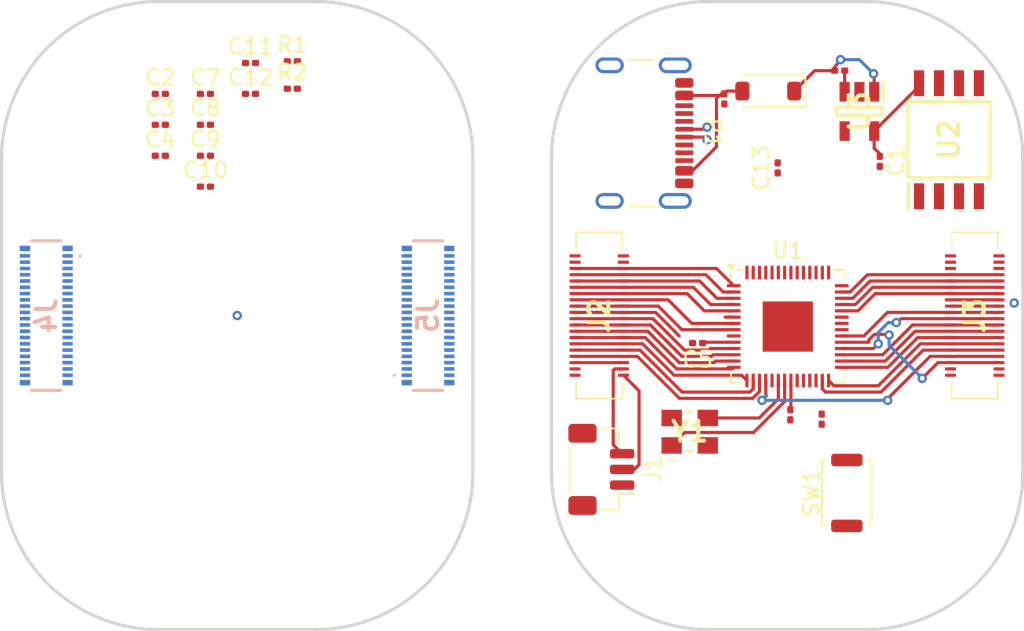
<source format=kicad_pcb>
(kicad_pcb (version 20221018) (generator pcbnew)
  (layers (0 "F.Cu" signal) (31 "B.Cu" signal) (34 "B.Paste" user) (35 "F.Paste" user) (36 "B.SilkS" user "B.Silkscreen") (37 "F.SilkS" user "F.Silkscreen") (38 "B.Mask" user) (39 "F.Mask" user) (44 "Edge.Cuts" user))
  (net 0 "")
  (net 1 "GND")
  (net 2 "VBUS")
  (net 3 "Net-(P1-CC)")
  (net 4 "USB_DP")
  (net 5 "USB_DM")
  (net 7 "+3V3")
  (net 8 "GPIO0")
  (net 9 "GPIO1")
  (net 10 "GPIO2")
  (net 11 "GPIO3")
  (net 12 "GPIO5")
  (net 13 "GPIO6")
  (net 14 "GPIO7")
  (net 15 "GPIO8")
  (net 16 "GPIO9")
  (net 17 "GPIO10")
  (net 18 "GPIO11")
  (net 19 "GPIO12")
  (net 20 "GPIO13")
  (net 21 "GPIO14")
  (net 22 "+1V2")
  (net 23 "Net-(U1-RUN)")
  (net 25 "Net-(U1-QSPI_SD3)")
  (net 26 "Net-(U1-QSPI_SCLK)")
  (net 27 "Net-(U1-QSPI_SD0)")
  (net 28 "Net-(U1-QSPI_SD2)")
  (net 29 "Net-(U1-QSPI_SD1)")
  (net 30 "Net-(U1-QSPI_SS)")
  (net 31 "GPIO15")
  (net 32 "GPIO16")
  (net 33 "GPIO17")
  (net 34 "GPIO18")
  (net 35 "GPIO19")
  (net 36 "GPIO20")
  (net 37 "GPIO21")
  (net 38 "GPIO22")
  (net 39 "GPIO23")
  (net 40 "GPIO24")
  (net 41 "ADC0")
  (net 42 "ADC1")
  (net 43 "ADC2")
  (net 44 "ADC3")
  (net 45 "Net-(U1-XIN)")
  (net 46 "Net-(U1-XOUT)")
  (net 47 "Net-(D1-K)")
  (net 48 "/TX")
  (net 49 "/RX")
  (net 50 "/SDA")
  (net 51 "/SCL")
  (net 52 "/MOSI")
  (net 53 "/CS")
  (net 54 "/SCK")
  (net 55 "/MISO")
  (net 56 "/ADC0")
  (net 57 "/ADC1")
  (net 58 "/ADC2")
  (net 67 "Net-(U3-EN)")
  (net 69 "/SWDIO")
  (net 70 "/SWCLK")
  (net 71 "unconnected-(U1-GPIO4-Pad6)")
  (net 72 "/ADC3")
  (footprint "Resistor_SMD:R_0201_0603Metric" (layer "F.Cu") (at 138.505 82.55)
    (fp_text reference "R2")
    (fp_text value "10k")
  )
  (footprint "Resistor_SMD:R_0201_0603Metric" (layer "F.Cu") (at 138.505 80.8)
    (fp_text reference "R1")
    (fp_text value "5.1k")
  )
  (footprint "Capacitor_SMD:C_0201_0603Metric" (layer "F.Cu") (at 164.3 98.75 180)
    (fp_text reference "C5")
    (fp_text value "0.1uF" hide)
  )
  (footprint "Capacitor_SMD:C_0201_0603Metric" (layer "F.Cu") (at 132.975 86.82)
    (fp_text reference "C9")
    (fp_text value "0.1uF")
  )
  (footprint "Package_DFN_QFN:QFN-56-1EP_7x7mm_P0.4mm_EP3.2x3.2mm" (layer "F.Cu") (at 170.04 97.7)
    (fp_text reference "U1")
    (fp_text value "RP2040")
  )
  (footprint "Resistor_SMD:R_0201_0603Metric" (layer "F.Cu") (at 173.345 81.4)
    (fp_text reference "R4" hide)
    (fp_text value "10k" hide)
  )
  (footprint "Diode_SMD:D_SOD-123" (layer "F.Cu") (at 168.8 82.7 180)
    (fp_text reference "D1" hide)
    (fp_text value "MBR0540" hide)
  )
  (footprint "Capacitor_SMD:C_0201_0603Metric" (layer "F.Cu") (at 132.975 82.88)
    (fp_text reference "C7")
    (fp_text value "0.1uF")
  )
  (footprint "Resistor_SMD:R_0201_0603Metric" (layer "F.Cu") (at 166 83.2 -90)
    (fp_text reference "R5" hide)
    (fp_text value "10k" hide)
  )
  (footprint "Capacitor_SMD:C_0201_0603Metric" (layer "F.Cu") (at 132.975 84.85)
    (fp_text reference "C8")
    (fp_text value "0.1uF")
  )
  (footprint "SamacSys_Parts:SOIC127P790X216-8N" (layer "F.Cu") (at 180.3 85.8 90)
    (fp_text reference "U2")
    (fp_text value "W25Q128JVS" hide)
  )
  (footprint "Resistor_SMD:R_0201_0603Metric" (layer "F.Cu") (at 172.2 103.6 90)
    (fp_text reference "R3" hide)
    (fp_text value "10k" hide)
  )
  (footprint "Capacitor_SMD:C_0201_0603Metric" (layer "F.Cu") (at 130.105 84.85)
    (fp_text reference "C3")
    (fp_text value "0.1uF")
  )
  (footprint "Capacitor_SMD:C_0201_0603Metric" (layer "F.Cu") (at 169.4 87.595 90)
    (fp_text reference "C13")
    (fp_text value "0.1uF")
  )
  (footprint "Button_Switch_SMD:SW_Push_SPST_NO_Alps_SKRK" (layer "F.Cu") (at 173.8 108.3 90)
    (fp_text reference "SW1")
    (fp_text value "SW_Reset")
  )
  (footprint "Capacitor_SMD:C_0201_0603Metric" (layer "F.Cu") (at 170.2 103.32 -90)
    (fp_text reference "C6" hide)
    (fp_text value "0.1uF" hide)
  )
  (footprint "Capacitor_SMD:C_0201_0603Metric" (layer "F.Cu") (at 135.845 82.88)
    (fp_text reference "C12")
    (fp_text value "0.1uF")
  )
  (footprint "Capacitor_SMD:C_0201_0603Metric" (layer "F.Cu") (at 175.9 87.18 -90)
    (fp_text reference "C1")
    (fp_text value "10uF")
  )
  (footprint "Connector_JST:JST_SH_BM03B-SRSS-TB_1x03-1MP_P1.00mm_Vertical" (layer "F.Cu") (at 158.175 106.8 90)
    (fp_text reference "J1")
    (fp_text value "Conn_SWD")
  )
  (footprint "SamacSys_Parts:SOT94P280X100-5N" (layer "F.Cu") (at 174.6 84 -90)
    (fp_text reference "U3")
    (fp_text value "RT9080-33GJ5" hide)
  )
  (footprint "Capacitor_SMD:C_0201_0603Metric" (layer "F.Cu") (at 130.105 82.88)
    (fp_text reference "C2")
    (fp_text value "10uF")
  )
  (footprint "SamacSys_Parts:ABM8272T3" (layer "F.Cu") (at 163.8 104.4)
    (fp_text reference "Y1")
    (fp_text value "ABM8-272-T3" hide)
  )
  (footprint "Capacitor_SMD:C_0201_0603Metric" (layer "F.Cu") (at 132.975 88.79)
    (fp_text reference "C10")
    (fp_text value "1uF")
  )
  (footprint "Connector_USB:USB_C_Receptacle_GCT_USB4105-xx-A_16P_TopMnt_Horizontal" (layer "F.Cu") (at 159.775 85.38 -90)
    (fp_text reference "P1")
    (fp_text value "USB_C_Plug_USB2.0")
  )
  (footprint "SamacSys_Parts:DF40HC3040DS04V51" (layer "F.Cu") (at 158.04 97 -90)
    (fp_text reference "J2")
    (fp_text value "Conn_BPCSocketLeft" hide)
  )
  (footprint "Capacitor_SMD:C_0201_0603Metric" (layer "F.Cu") (at 130.105 86.82)
    (fp_text reference "C4")
    (fp_text value "0.1uF")
  )
  (footprint "Capacitor_SMD:C_0201_0603Metric" (layer "F.Cu") (at 135.845 80.91)
    (fp_text reference "C11")
    (fp_text value "1uF")
  )
  (footprint "SamacSys_Parts:DF40HC3040DS04V51" (layer "F.Cu") (at 181.94 97 90)
    (fp_text reference "J3")
    (fp_text value "Conn_BPCSocketRight" hide)
  )
  (footprint "SamacSys_Parts:DF40C40DP04V51" (layer "B.Cu") (at 122.845 97 -90)
    (fp_text reference "J4")
    (fp_text value "Conn_BPCPlugLeft" hide)
  )
  (footprint "SamacSys_Parts:DF40C40DP04V51" (layer "B.Cu") (at 147.145 97 90)
    (fp_text reference "J5")
    (fp_text value "Conn_BPCPlugRight" hide)
  )
  (gr_line (start 185 87) (end 185 107) (stroke (width 0.2)) (layer "Edge.Cuts"))
  (gr_line (start 155 107) (end 155 87) (stroke (width 0.2)) (layer "Edge.Cuts"))
  (gr_arc (start 155 87) (mid 157.928931 79.92893) (end 165 77) (stroke (width 0.2)) (layer "Edge.Cuts"))
  (gr_arc (start 150 107) (mid 147.071068 114.071068) (end 140 117) (stroke (width 0.2)) (layer "Edge.Cuts"))
  (gr_line (start 130 77) (end 140 77) (stroke (width 0.2)) (layer "Edge.Cuts"))
  (gr_arc (start 130 117) (mid 122.928932 114.071068) (end 120 107) (stroke (width 0.2)) (layer "Edge.Cuts"))
  (gr_line (start 150 87) (end 150 107) (stroke (width 0.2)) (layer "Edge.Cuts"))
  (gr_line (start 140 117) (end 130 117) (stroke (width 0.2)) (layer "Edge.Cuts"))
  (gr_line (start 120 107) (end 120 87) (stroke (width 0.2)) (layer "Edge.Cuts"))
  (gr_line (start 175 117) (end 165 117) (stroke (width 0.2)) (layer "Edge.Cuts"))
  (gr_arc (start 165 117) (mid 157.928931 114.071068) (end 155 107) (stroke (width 0.2)) (layer "Edge.Cuts"))
  (gr_arc (start 120 87) (mid 122.928932 79.928932) (end 130 77) (stroke (width 0.2)) (layer "Edge.Cuts"))
  (gr_arc (start 175 77) (mid 182.071067 79.928932) (end 185 87) (stroke (width 0.2)) (layer "Edge.Cuts"))
  (gr_arc (start 185 107) (mid 182.071067 114.071066) (end 175 117) (stroke (width 0.2)) (layer "Edge.Cuts"))
  (gr_arc (start 140 77) (mid 147.071068 79.928932) (end 150 87) (stroke (width 0.2)) (layer "Edge.Cuts"))
  (gr_line (start 165 77) (end 175 77) (stroke (width 0.2)) (layer "Edge.Cuts"))
  (via (at 135 97) (size 0.6) (drill 0.3) (layers "F.Cu" "B.Cu") (net 0))
  (via (at 184.45 96.2) (size 0.6) (drill 0.3) (layers "F.Cu" "B.Cu") (net 0))
  (segment (start 165.9 82.98) (end 166 82.88) (width 0.2) (layer "F.Cu") (net 2))
  (segment (start 165.5 86.254999) (end 165.5 83.180001) (width 0.2) (layer "F.Cu") (net 2))
  (segment (start 166.18 82.7) (end 166 82.88) (width 0.2) (layer "F.Cu") (net 2))
  (segment (start 165.5 83.180001) (end 165.800001 82.88) (width 0.2) (layer "F.Cu") (net 2))
  (segment (start 163.974999 87.78) (end 163.455 87.78) (width 0.2) (layer "F.Cu") (net 2))
  (segment (start 167.15 82.7) (end 166.18 82.7) (width 0.2) (layer "F.Cu") (net 2))
  (segment (start 163.455 82.98) (end 165.9 82.98) (width 0.2) (layer "F.Cu") (net 2))
  (segment (start 165.800001 82.88) (end 166 82.88) (width 0.2) (layer "F.Cu") (net 2))
  (segment (start 165.5 86.254999) (end 163.974999 87.78) (width 0.2) (layer "F.Cu") (net 2))
  (segment (start 164.62 85.13) (end 164.9 85) (width 0.2) (layer "F.Cu") (net 4))
  (segment (start 163.455 85.13) (end 164.62 85.13) (width 0.2) (layer "F.Cu") (net 4))
  (segment (start 164.9 85) (end 164.7 85.05) (width 0.2) (layer "F.Cu") (net 4))
  (via (at 164.9 85) (size 0.6) (drill 0.3) (layers "F.Cu" "B.Cu") (net 4))
  (segment (start 164.9 85.8) (end 164.7 85.65) (width 0.2) (layer "F.Cu") (net 5))
  (segment (start 164.68 85.63) (end 164.9 85.8) (width 0.2) (layer "F.Cu") (net 5))
  (segment (start 163.455 85.63) (end 164.68 85.63) (width 0.2) (layer "F.Cu") (net 5))
  (via (at 164.9 85.8) (size 0.6) (drill 0.3) (layers "F.Cu" "B.Cu") (net 5))
  (segment (start 180.4 100) (end 179.6 100) (width 0.2) (layer "F.Cu") (net 7))
  (segment (start 179.6 100) (end 178.6 101) (width 0.2) (layer "F.Cu") (net 7))
  (segment (start 159.58 94) (end 156.5 94) (width 0.2) (layer "F.Cu") (net 7))
  (segment (start 175.54 86.34) (end 175.9 86.7) (width 0.2) (layer "F.Cu") (net 7))
  (segment (start 175.54 85.25) (end 175.54 86.34) (width 0.2) (layer "F.Cu") (net 7))
  (segment (start 178.395 82.395) (end 178.395 82.2) (width 0.2) (layer "F.Cu") (net 7))
  (segment (start 170.24 102.96) (end 170.24 101.1375) (width 0.2) (layer "F.Cu") (net 7))
  (segment (start 175.54 85.25) (end 178.395 82.395) (width 0.2) (layer "F.Cu") (net 7))
  (segment (start 180.4 100) (end 183.48 100) (width 0.2) (layer "F.Cu") (net 7))
  (segment (start 175.2 98.551471) (end 175.551471 98.2) (width 0.2) (layer "F.Cu") (net 7))
  (segment (start 175.551471 98.2) (end 176.45 98.2) (width 0.2) (layer "F.Cu") (net 7))
  (segment (start 170.2 103) (end 170.24 102.96) (width 0.2) (layer "F.Cu") (net 7))
  (segment (start 176.45 98.2) (end 176.489706 98.239706) (width 0.2) (layer "F.Cu") (net 7))
  (segment (start 159.58 94) (end 165.5025 94) (width 0.2) (layer "F.Cu") (net 7))
  (segment (start 175.2 98.7) (end 175.2 98.551471) (width 0.2) (layer "F.Cu") (net 7))
  (segment (start 165.5025 94) (end 166.6025 95.1) (width 0.2) (layer "F.Cu") (net 7))
  (segment (start 173.4775 98.7) (end 175.2 98.7) (width 0.2) (layer "F.Cu") (net 7))
  (segment (start 166.6025 98.7) (end 164.72 98.7) (width 0.2) (layer "F.Cu") (net 7))
  (via (at 176.489706 98.239706) (size 0.6) (drill 0.3) (layers "F.Cu" "B.Cu") (net 7))
  (via (at 178.6 101) (size 0.6) (drill 0.3) (layers "F.Cu" "B.Cu") (net 7))
  (segment (start 178.6 101) (end 176.489706 98.889706) (width 0.2) (layer "B.Cu") (net 7))
  (segment (start 176.489706 98.889706) (end 176.489706 98.239706) (width 0.2) (layer "B.Cu") (net 7))
  (segment (start 165.13 96.3) (end 164.03 95.2) (width 0.2) (layer "F.Cu") (net 10))
  (segment (start 164.03 95.2) (end 159.58 95.2) (width 0.2) (layer "F.Cu") (net 10))
  (segment (start 166.6025 96.3) (end 165.13 96.3) (width 0.2) (layer "F.Cu") (net 10))
  (segment (start 156.5 95.2) (end 159.58 95.2) (width 0.2) (layer "F.Cu") (net 10))
  (segment (start 163.63 95.6) (end 164.73 96.7) (width 0.2) (layer "F.Cu") (net 11))
  (segment (start 164.73 96.7) (end 166.6025 96.7) (width 0.2) (layer "F.Cu") (net 11))
  (segment (start 156.5 95.6) (end 159.58 95.6) (width 0.2) (layer "F.Cu") (net 11))
  (segment (start 163.63 95.6) (end 159.58 95.6) (width 0.2) (layer "F.Cu") (net 11))
  (segment (start 163.93 97.5) (end 166.6025 97.5) (width 0.2) (layer "F.Cu") (net 12))
  (segment (start 156.5 96) (end 159.58 96) (width 0.2) (layer "F.Cu") (net 12))
  (segment (start 162.43 96) (end 163.93 97.5) (width 0.2) (layer "F.Cu") (net 12))
  (segment (start 162.43 96) (end 159.58 96) (width 0.2) (layer "F.Cu") (net 12))
  (segment (start 166.6025 97.9) (end 163.3 97.9) (width 0.2) (layer "F.Cu") (net 13))
  (segment (start 161.8 96.4) (end 159.58 96.4) (width 0.2) (layer "F.Cu") (net 13))
  (segment (start 156.5 96.4) (end 159.58 96.4) (width 0.2) (layer "F.Cu") (net 13))
  (segment (start 163.3 97.9) (end 161.8 96.4) (width 0.2) (layer "F.Cu") (net 13))
  (segment (start 161.63 96.8) (end 159.58 96.8) (width 0.2) (layer "F.Cu") (net 14))
  (segment (start 163.13 98.3) (end 161.63 96.8) (width 0.2) (layer "F.Cu") (net 14))
  (segment (start 156.5 96.8) (end 159.58 96.8) (width 0.2) (layer "F.Cu") (net 14))
  (segment (start 165.449826 99.9) (end 165.349826 100) (width 0.2) (layer "F.Cu") (net 17))
  (segment (start 166.6025 99.9) (end 165.449826 99.9) (width 0.2) (layer "F.Cu") (net 17))
  (segment (start 163.132942 100) (end 161.132942 98) (width 0.2) (layer "F.Cu") (net 17))
  (segment (start 165.349826 100) (end 163.132942 100) (width 0.2) (layer "F.Cu") (net 17))
  (segment (start 161.132942 98) (end 159.58 98) (width 0.2) (layer "F.Cu") (net 17))
  (segment (start 156.5 98) (end 159.58 98) (width 0.2) (layer "F.Cu") (net 17))
  (segment (start 162.967256 100.4) (end 160.967256 98.4) (width 0.2) (layer "F.Cu") (net 18))
  (segment (start 156.5 98.4) (end 159.58 98.4) (width 0.2) (layer "F.Cu") (net 18))
  (segment (start 166.5025 100.4) (end 162.967256 100.4) (width 0.2) (layer "F.Cu") (net 18))
  (segment (start 166.6025 100.3) (end 166.5025 100.4) (width 0.2) (layer "F.Cu") (net 18))
  (segment (start 160.967256 98.4) (end 159.58 98.4) (width 0.2) (layer "F.Cu") (net 18))
  (segment (start 159.58 98.8) (end 160.80157 98.8) (width 0.2) (layer "F.Cu") (net 19))
  (segment (start 167.1025 100.8) (end 167.44 101.1375) (width 0.2) (layer "F.Cu") (net 19))
  (segment (start 156.5 98.8) (end 159.58 98.8) (width 0.2) (layer "F.Cu") (net 19))
  (segment (start 160.80157 98.8) (end 162.80157 100.8) (width 0.2) (layer "F.Cu") (net 19))
  (segment (start 162.80157 100.8) (end 167.1025 100.8) (width 0.2) (layer "F.Cu") (net 19))
  (segment (start 156.5 99.2) (end 159.58 99.2) (width 0.2) (layer "F.Cu") (net 20))
  (segment (start 163.310884 101.875) (end 167.63636 101.875) (width 0.2) (layer "F.Cu") (net 20))
  (segment (start 159.58 99.2) (end 160.635884 99.2) (width 0.2) (layer "F.Cu") (net 20))
  (segment (start 167.63636 101.875) (end 167.84 101.67136) (width 0.2) (layer "F.Cu") (net 20))
  (segment (start 167.84 101.67136) (end 167.84 101.1375) (width 0.2) (layer "F.Cu") (net 20))
  (segment (start 160.635884 99.2) (end 163.310884 101.875) (width 0.2) (layer "F.Cu") (net 20))
  (segment (start 163.145198 102.275) (end 160.470198 99.6) (width 0.2) (layer "F.Cu") (net 21))
  (segment (start 156.5 99.6) (end 159.58 99.6) (width 0.2) (layer "F.Cu") (net 21))
  (segment (start 168.24 101.837046) (end 167.802045 102.275) (width 0.2) (layer "F.Cu") (net 21))
  (segment (start 168.24 101.1375) (end 168.24 101.837046) (width 0.2) (layer "F.Cu") (net 21))
  (segment (start 167.802045 102.275) (end 163.145198 102.275) (width 0.2) (layer "F.Cu") (net 21))
  (segment (start 160.470198 99.6) (end 159.58 99.6) (width 0.2) (layer "F.Cu") (net 21))
  (segment (start 156.5 100) (end 159.58 100) (width 0.2) (layer "F.Cu") (net 22))
  (segment (start 180.935 89.88) (end 180.935 89.4) (width 0.2) (layer "F.Cu") (net 28))
  (segment (start 179.665 89.9) (end 179.665 89.4) (width 0.2) (layer "F.Cu") (net 29))
  (segment (start 180.4 99.6) (end 179.1 99.6) (width 0.2) (layer "F.Cu") (net 31))
  (segment (start 179.1 99.6) (end 176.4 102.3) (width 0.2) (layer "F.Cu") (net 31))
  (segment (start 168.64 102.16) (end 168.4 102.4) (width 0.2) (layer "F.Cu") (net 31))
  (segment (start 180.4 99.6) (end 183.48 99.6) (width 0.2) (layer "F.Cu") (net 31))
  (segment (start 176.4 102.3) (end 176.4 102.4) (width 0.2) (layer "F.Cu") (net 31))
  (segment (start 168.64 101.1375) (end 168.64 102.16) (width 0.2) (layer "F.Cu") (net 31))
  (via (at 168.4 102.4) (size 0.6) (drill 0.3) (layers "F.Cu" "B.Cu") (net 31))
  (via (at 176.4 102.4) (size 0.6) (drill 0.3) (layers "F.Cu" "B.Cu") (net 31))
  (segment (start 168.4 102.4) (end 176.4 102.4) (width 0.2) (layer "B.Cu") (net 31))
  (segment (start 168.7 102.1) (end 168.4 102.4) (width 0.2) (layer "B.Cu") (net 31))
  (segment (start 177.977942 97.6) (end 180.4 97.6) (width 0.2) (layer "F.Cu") (net 36))
  (segment (start 173.4775 99.5) (end 176.077942 99.5) (width 0.2) (layer "F.Cu") (net 36))
  (segment (start 176.077942 99.5) (end 177.977942 97.6) (width 0.2) (layer "F.Cu") (net 36))
  (segment (start 180.4 97.6) (end 183.48 97.6) (width 0.2) (layer "F.Cu") (net 36))
  (segment (start 176.95 97.45) (end 176.95 97.5) (width 0.2) (layer "F.Cu") (net 37))
  (segment (start 180.4 97.2) (end 177.25 97.2) (width 0.2) (layer "F.Cu") (net 37))
  (segment (start 180.4 97.2) (end 183.48 97.2) (width 0.2) (layer "F.Cu") (net 37))
  (segment (start 177.25 97.2) (end 177 97.45) (width 0.2) (layer "F.Cu") (net 37))
  (segment (start 177 97.45) (end 176.95 97.45) (width 0.2) (layer "F.Cu") (net 37))
  (segment (start 175.5 99.1) (end 175.8 98.8) (width 0.2) (layer "F.Cu") (net 37))
  (segment (start 176.95 97.5) (end 176.85 97.6) (width 0.2) (layer "F.Cu") (net 37))
  (segment (start 173.4775 99.1) (end 175.5 99.1) (width 0.2) (layer "F.Cu") (net 37))
  (via (at 175.8 98.8) (size 0.6) (drill 0.3) (layers "F.Cu" "B.Cu") (net 37))
  (via (at 176.95 97.45) (size 0.6) (drill 0.3) (layers "F.Cu" "B.Cu") (net 37))
  (segment (start 176.430883 97.45) (end 175.8 98.080883) (width 0.2) (layer "B.Cu") (net 37))
  (segment (start 175.8 98.080883) (end 175.8 98.8) (width 0.2) (layer "B.Cu") (net 37))
  (segment (start 176.95 97.45) (end 176.430883 97.45) (width 0.2) (layer "B.Cu") (net 37))
  (segment (start 176.385785 96.8) (end 180.4 96.8) (width 0.2) (layer "F.Cu") (net 38))
  (segment (start 173.4775 98.3) (end 174.885785 98.3) (width 0.2) (layer "F.Cu") (net 38))
  (segment (start 180.4 96.8) (end 183.48 96.8) (width 0.2) (layer "F.Cu") (net 38))
  (segment (start 174.885785 98.3) (end 176.385785 96.8) (width 0.2) (layer "F.Cu") (net 38))
  (segment (start 180.4 96.4) (end 183.48 96.4) (width 0.2) (layer "F.Cu") (net 39))
  (segment (start 180.4 96) (end 183.48 96) (width 0.2) (layer "F.Cu") (net 40))
  (segment (start 168.223529 103.525) (end 169.44 102.308529) (width 0.2) (layer "F.Cu") (net 45))
  (segment (start 164.95 103.525) (end 168.223529 103.525) (width 0.2) (layer "F.Cu") (net 45))
  (segment (start 169.44 102.308529) (end 169.44 101.1375) (width 0.2) (layer "F.Cu") (net 45))
  (segment (start 163.475 104.45) (end 167.864214 104.45) (width 0.2) (layer "F.Cu") (net 46))
  (segment (start 169.84 102.474214) (end 169.84 101.1375) (width 0.2) (layer "F.Cu") (net 46))
  (segment (start 162.65 105.275) (end 163.475 104.45) (width 0.2) (layer "F.Cu") (net 46))
  (segment (start 167.864214 104.45) (end 169.84 102.474214) (width 0.2) (layer "F.Cu") (net 46))
  (segment (start 175.54 82.75) (end 175.54 81.74) (width 0.2) (layer "F.Cu") (net 47))
  (segment (start 175.4 81.6) (end 175.5 81.7) (width 0.2) (layer "F.Cu") (net 47))
  (segment (start 173.025 81.175) (end 173.4 80.7) (width 0.2) (layer "F.Cu") (net 47))
  (segment (start 170.45 82.7) (end 171.75 81.4) (width 0.2) (layer "F.Cu") (net 47))
  (segment (start 175.5 81.7) (end 175.5 81.6) (width 0.2) (layer "F.Cu") (net 47))
  (segment (start 175.54 81.74) (end 175.5 81.7) (width 0.2) (layer "F.Cu") (net 47))
  (segment (start 171.75 81.4) (end 173.025 81.4) (width 0.2) (layer "F.Cu") (net 47))
  (segment (start 175.5 81.6) (end 175.4 81.6) (width 0.2) (layer "F.Cu") (net 47))
  (segment (start 173.4 80.7) (end 173.3 80.9) (width 0.2) (layer "F.Cu") (net 47))
  (segment (start 173.025 81.4) (end 173.025 81.175) (width 0.2) (layer "F.Cu") (net 47))
  (via (at 173.4 80.7) (size 0.6) (drill 0.3) (layers "F.Cu" "B.Cu") (net 47))
  (via (at 175.5 81.6) (size 0.6) (drill 0.3) (layers "F.Cu" "B.Cu") (net 47))
  (segment (start 173.4 80.7) (end 174.6 80.7) (width 0.2) (layer "B.Cu") (net 47))
  (segment (start 174.6 80.7) (end 175.5 81.6) (width 0.2) (layer "B.Cu") (net 47))
  (segment (start 164.83 94.4) (end 159.58 94.4) (width 0.2) (layer "F.Cu") (net 48))
  (segment (start 156.5 94.4) (end 159.58 94.4) (width 0.2) (layer "F.Cu") (net 48))
  (segment (start 165.93 95.5) (end 164.83 94.4) (width 0.2) (layer "F.Cu") (net 48))
  (segment (start 166.6025 95.5) (end 165.93 95.5) (width 0.2) (layer "F.Cu") (net 48))
  (segment (start 166.6025 95.9) (end 165.53 95.9) (width 0.2) (layer "F.Cu") (net 49))
  (segment (start 164.43 94.8) (end 159.58 94.8) (width 0.2) (layer "F.Cu") (net 49))
  (segment (start 156.5 94.8) (end 159.58 94.8) (width 0.2) (layer "F.Cu") (net 49))
  (segment (start 165.53 95.9) (end 164.43 94.8) (width 0.2) (layer "F.Cu") (net 49))
  (segment (start 165.118456 99.1) (end 165.018456 99.2) (width 0.2) (layer "F.Cu") (net 50))
  (segment (start 166.6025 99.1) (end 165.118456 99.1) (width 0.2) (layer "F.Cu") (net 50))
  (segment (start 165.018456 99.2) (end 163.464314 99.2) (width 0.2) (layer "F.Cu") (net 50))
  (segment (start 156.5 97.2) (end 159.58 97.2) (width 0.2) (layer "F.Cu") (net 50))
  (segment (start 163.464314 99.2) (end 161.464314 97.2) (width 0.2) (layer "F.Cu") (net 50))
  (segment (start 161.464314 97.2) (end 159.58 97.2) (width 0.2) (layer "F.Cu") (net 50))
  (segment (start 165.184141 99.6) (end 163.298628 99.6) (width 0.2) (layer "F.Cu") (net 51))
  (segment (start 161.298628 97.6) (end 159.58 97.6) (width 0.2) (layer "F.Cu") (net 51))
  (segment (start 165.284142 99.5) (end 165.184141 99.6) (width 0.2) (layer "F.Cu") (net 51))
  (segment (start 166.6025 99.5) (end 165.284142 99.5) (width 0.2) (layer "F.Cu") (net 51))
  (segment (start 163.298628 99.6) (end 161.298628 97.6) (width 0.2) (layer "F.Cu") (net 51))
  (segment (start 156.5 97.6) (end 159.58 97.6) (width 0.2) (layer "F.Cu") (net 51))
  (segment (start 178.651471 99.2) (end 180.4 99.2) (width 0.2) (layer "F.Cu") (net 52))
  (segment (start 172.24 101.67136) (end 172.44364 101.875) (width 0.2) (layer "F.Cu") (net 52))
  (segment (start 172.44364 101.875) (end 175.976471 101.875) (width 0.2) (layer "F.Cu") (net 52))
  (segment (start 172.24 101.1375) (end 172.24 101.67136) (width 0.2) (layer "F.Cu") (net 52))
  (segment (start 180.4 99.2) (end 183.48 99.2) (width 0.2) (layer "F.Cu") (net 52))
  (segment (start 175.976471 101.875) (end 178.651471 99.2) (width 0.2) (layer "F.Cu") (net 52))
  (segment (start 172.9775 101.475) (end 175.8 101.475) (width 0.2) (layer "F.Cu") (net 53))
  (segment (start 178.475 98.8) (end 180.4 98.8) (width 0.2) (layer "F.Cu") (net 53))
  (segment (start 175.8 101.475) (end 178.475 98.8) (width 0.2) (layer "F.Cu") (net 53))
  (segment (start 180.4 98.8) (end 183.48 98.8) (width 0.2) (layer "F.Cu") (net 53))
  (segment (start 172.64 101.1375) (end 172.9775 101.475) (width 0.2) (layer "F.Cu") (net 53))
  (segment (start 180.4 98.4) (end 183.48 98.4) (width 0.2) (layer "F.Cu") (net 54))
  (segment (start 173.4775 100.3) (end 176.409314 100.3) (width 0.2) (layer "F.Cu") (net 54))
  (segment (start 176.409314 100.3) (end 178.309314 98.4) (width 0.2) (layer "F.Cu") (net 54))
  (segment (start 178.309314 98.4) (end 180.4 98.4) (width 0.2) (layer "F.Cu") (net 54))
  (segment (start 178.143629 98) (end 180.4 98) (width 0.2) (layer "F.Cu") (net 55))
  (segment (start 176.243628 99.9) (end 178.143629 98) (width 0.2) (layer "F.Cu") (net 55))
  (segment (start 180.4 98) (end 183.48 98) (width 0.2) (layer "F.Cu") (net 55))
  (segment (start 173.4775 99.9) (end 176.243628 99.9) (width 0.2) (layer "F.Cu") (net 55))
  (segment (start 180.4 95.6) (end 175.608418 95.6) (width 0.2) (layer "F.Cu") (net 56))
  (segment (start 175.608418 95.6) (end 174.508418 96.7) (width 0.2) (layer "F.Cu") (net 56))
  (segment (start 174.508418 96.7) (end 173.4775 96.7) (width 0.2) (layer "F.Cu") (net 56))
  (segment (start 180.4 95.6) (end 183.48 95.6) (width 0.2) (layer "F.Cu") (net 56))
  (segment (start 175.442732 95.2) (end 174.342732 96.3) (width 0.2) (layer "F.Cu") (net 57))
  (segment (start 180.4 95.2) (end 175.442732 95.2) (width 0.2) (layer "F.Cu") (net 57))
  (segment (start 174.342732 96.3) (end 173.4775 96.3) (width 0.2) (layer "F.Cu") (net 57))
  (segment (start 180.4 95.2) (end 183.48 95.2) (width 0.2) (layer "F.Cu") (net 57))
  (segment (start 175.277046 94.8) (end 174.177045 95.9) (width 0.2) (layer "F.Cu") (net 58))
  (segment (start 174.177045 95.9) (end 173.4775 95.9) (width 0.2) (layer "F.Cu") (net 58))
  (segment (start 180.4 94.8) (end 175.277046 94.8) (width 0.2) (layer "F.Cu") (net 58))
  (segment (start 180.4 94.8) (end 183.48 94.8) (width 0.2) (layer "F.Cu") (net 58))
  (segment (start 173.66 82.75) (end 173.66 81.405) (width 0.2) (layer "F.Cu") (net 67))
  (segment (start 173.66 81.405) (end 173.665 81.4) (width 0.2) (layer "F.Cu") (net 67))
  (segment (start 160.575 106.499999) (end 160.575 101.795) (width 0.2) (layer "F.Cu") (net 69))
  (segment (start 159.5 106.8) (end 160.274999 106.8) (width 0.2) (layer "F.Cu") (net 69))
  (segment (start 160.575 101.795) (end 159.58 100.8) (width 0.2) (layer "F.Cu") (net 69))
  (segment (start 160.274999 106.8) (end 160.575 106.499999) (width 0.2) (layer "F.Cu") (net 69))
  (segment (start 159.5 105.8) (end 158.93 105.23) (width 0.2) (layer "F.Cu") (net 70))
  (segment (start 159.03 100.4) (end 159.58 100.4) (width 0.2) (layer "F.Cu") (net 70))
  (segment (start 158.93 100.5) (end 159.03 100.4) (width 0.2) (layer "F.Cu") (net 70))
  (segment (start 158.93 105.23) (end 158.93 100.5) (width 0.2) (layer "F.Cu") (net 70))
  (segment (start 166.6025 97.1) (end 166.048529 97.1) (width 0.2) (layer "F.Cu") (net 71))
  (segment (start 180.4 94.4) (end 183.48 94.4) (width 0.2) (layer "F.Cu") (net 72))
  (segment (start 175.11136 94.4) (end 174.01136 95.5) (width 0.2) (layer "F.Cu") (net 72))
  (segment (start 180.4 94.4) (end 175.11136 94.4) (width 0.2) (layer "F.Cu") (net 72))
  (segment (start 174.01136 95.5) (end 173.4775 95.5) (width 0.2) (layer "F.Cu") (net 72))
)
</source>
